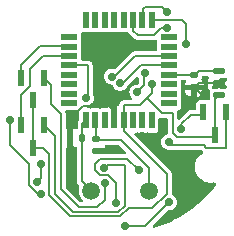
<source format=gbr>
%TF.GenerationSoftware,KiCad,Pcbnew,8.0.1*%
%TF.CreationDate,2024-07-23T23:42:04-04:00*%
%TF.ProjectId,PartyTorch-PCB,50617274-7954-46f7-9263-682d5043422e,rev?*%
%TF.SameCoordinates,Original*%
%TF.FileFunction,Copper,L2,Bot*%
%TF.FilePolarity,Positive*%
%FSLAX46Y46*%
G04 Gerber Fmt 4.6, Leading zero omitted, Abs format (unit mm)*
G04 Created by KiCad (PCBNEW 8.0.1) date 2024-07-23 23:42:04*
%MOMM*%
%LPD*%
G01*
G04 APERTURE LIST*
G04 Aperture macros list*
%AMRoundRect*
0 Rectangle with rounded corners*
0 $1 Rounding radius*
0 $2 $3 $4 $5 $6 $7 $8 $9 X,Y pos of 4 corners*
0 Add a 4 corners polygon primitive as box body*
4,1,4,$2,$3,$4,$5,$6,$7,$8,$9,$2,$3,0*
0 Add four circle primitives for the rounded corners*
1,1,$1+$1,$2,$3*
1,1,$1+$1,$4,$5*
1,1,$1+$1,$6,$7*
1,1,$1+$1,$8,$9*
0 Add four rect primitives between the rounded corners*
20,1,$1+$1,$2,$3,$4,$5,0*
20,1,$1+$1,$4,$5,$6,$7,0*
20,1,$1+$1,$6,$7,$8,$9,0*
20,1,$1+$1,$8,$9,$2,$3,0*%
G04 Aperture macros list end*
%TA.AperFunction,SMDPad,CuDef*%
%ADD10R,0.558800X1.422400*%
%TD*%
%TA.AperFunction,SMDPad,CuDef*%
%ADD11RoundRect,0.125000X-0.375000X-0.125000X0.375000X-0.125000X0.375000X0.125000X-0.375000X0.125000X0*%
%TD*%
%TA.AperFunction,SMDPad,CuDef*%
%ADD12RoundRect,0.140000X-0.170000X0.140000X-0.170000X-0.140000X0.170000X-0.140000X0.170000X0.140000X0*%
%TD*%
%TA.AperFunction,SMDPad,CuDef*%
%ADD13RoundRect,0.140000X0.140000X0.170000X-0.140000X0.170000X-0.140000X-0.170000X0.140000X-0.170000X0*%
%TD*%
%TA.AperFunction,ComponentPad*%
%ADD14C,1.500000*%
%TD*%
%TA.AperFunction,SMDPad,CuDef*%
%ADD15RoundRect,0.135000X-0.185000X0.135000X-0.185000X-0.135000X0.185000X-0.135000X0.185000X0.135000X0*%
%TD*%
%TA.AperFunction,SMDPad,CuDef*%
%ADD16R,0.500800X1.461200*%
%TD*%
%TA.AperFunction,SMDPad,CuDef*%
%ADD17R,1.461200X0.500800*%
%TD*%
%TA.AperFunction,ViaPad*%
%ADD18C,0.700000*%
%TD*%
%TA.AperFunction,Conductor*%
%ADD19C,0.200000*%
%TD*%
G04 APERTURE END LIST*
D10*
%TO.P,U3,1,BASE*%
%TO.N,redPin*%
X117365000Y-109690000D03*
%TO.P,U3,2,EMITTER*%
%TO.N,Net-(U3-EMITTER)*%
X119270000Y-109690000D03*
%TO.P,U3,3,COLLECTOR*%
%TO.N,+5V*%
X118317500Y-111620399D03*
%TD*%
D11*
%TO.P,U6,1,Reset*%
%TO.N,/microcontroller/ICSP_Reset*%
X134125001Y-105120000D03*
%TO.P,U6,2,GND*%
%TO.N,GND*%
X134125001Y-106120000D03*
%TO.P,U6,3,VCC*%
%TO.N,+5V*%
X134125000Y-107120000D03*
%TD*%
D12*
%TO.P,C1,1*%
%TO.N,/microcontroller/XTAL1*%
X123650000Y-110870000D03*
%TO.P,C1,2*%
%TO.N,GND*%
X123650000Y-111830000D03*
%TD*%
D13*
%TO.P,C2,1*%
%TO.N,/microcontroller/XTAL2*%
X122470000Y-110760000D03*
%TO.P,C2,2*%
%TO.N,GND*%
X121510000Y-110760000D03*
%TD*%
D10*
%TO.P,U4,1,BASE*%
%TO.N,greenPin*%
X117365000Y-105640000D03*
%TO.P,U4,2,EMITTER*%
%TO.N,Net-(U4-EMITTER)*%
X119270000Y-105640000D03*
%TO.P,U4,3,COLLECTOR*%
%TO.N,+5V*%
X118317500Y-107570399D03*
%TD*%
%TO.P,U5,1,BASE*%
%TO.N,bluePin*%
X132755000Y-108560000D03*
%TO.P,U5,2,EMITTER*%
%TO.N,Net-(U5-EMITTER)*%
X134660000Y-108560000D03*
%TO.P,U5,3,COLLECTOR*%
%TO.N,+5V*%
X133707500Y-110490399D03*
%TD*%
D14*
%TO.P,Y1,1,1*%
%TO.N,/microcontroller/XTAL1*%
X128140000Y-115230000D03*
%TO.P,Y1,2,2*%
%TO.N,/microcontroller/XTAL2*%
X123260000Y-115230000D03*
%TD*%
D15*
%TO.P,R1,1*%
%TO.N,/microcontroller/ICSP_Reset*%
X131990000Y-105460001D03*
%TO.P,R1,2*%
%TO.N,GND*%
X131990000Y-106479999D03*
%TD*%
D16*
%TO.P,U2,1,(OC2B/INT1/PTCXY)PD3*%
%TO.N,unconnected-(U2-(OC2B{slash}INT1{slash}PTCXY)PD3-Pad1)*%
X128410000Y-109269998D03*
%TO.P,U2,2,(XCK0/T0/PTCXY)PD4*%
%TO.N,unconnected-(U2-(XCK0{slash}T0{slash}PTCXY)PD4-Pad2)*%
X127610002Y-109269998D03*
%TO.P,U2,3,(SDA1/ICP4/ACO/PTCXY)PE0*%
%TO.N,unconnected-(U2-(SDA1{slash}ICP4{slash}ACO{slash}PTCXY)PE0-Pad3)*%
X126810001Y-109269998D03*
%TO.P,U2,4,VCC*%
%TO.N,+5V*%
X126010000Y-109269998D03*
%TO.P,U2,5,GND*%
%TO.N,GND*%
X125210002Y-109269998D03*
%TO.P,U2,6,(SCL1/T4/PTCXY)PE1*%
%TO.N,unconnected-(U2-(SCL1{slash}T4{slash}PTCXY)PE1-Pad6)*%
X124410001Y-109269998D03*
%TO.P,U2,7,(XTAL1/TOSC1)PB6*%
%TO.N,/microcontroller/XTAL1*%
X123610002Y-109269998D03*
%TO.P,U2,8,(XTAL2/TOSC2)PB7*%
%TO.N,/microcontroller/XTAL2*%
X122810002Y-109269998D03*
D17*
%TO.P,U2,9,(OC0B/T1/PTCXY)PD5*%
%TO.N,unconnected-(U2-(OC0B{slash}T1{slash}PTCXY)PD5-Pad9)*%
X121360002Y-107819998D03*
%TO.P,U2,10,(OC0A/PTCXY/AIN0)PD6*%
%TO.N,unconnected-(U2-(OC0A{slash}PTCXY{slash}AIN0)PD6-Pad10)*%
X121360002Y-107020000D03*
%TO.P,U2,11,(PTCXY/AIN1)PD7*%
%TO.N,unconnected-(U2-(PTCXY{slash}AIN1)PD7-Pad11)*%
X121360002Y-106219999D03*
%TO.P,U2,12,(ICP1/CLKO/PTCXY)PB0*%
%TO.N,unconnected-(U2-(ICP1{slash}CLKO{slash}PTCXY)PB0-Pad12)*%
X121360002Y-105419998D03*
%TO.P,U2,13,(OC1A/PTCXY)PB1*%
%TO.N,bluePin*%
X121360002Y-104620000D03*
%TO.P,U2,14,(\u002ASS0/OC1B/PTCXY)PB2*%
%TO.N,redPin*%
X121360002Y-103819999D03*
%TO.P,U2,15,(MOSI0/TXD1/OC2A/PTCXY)PB3*%
%TO.N,greenPin*%
X121360002Y-103020000D03*
%TO.P,U2,16,(MISO0/RXD1/PTCXY)PB4*%
%TO.N,unconnected-(U2-(MISO0{slash}RXD1{slash}PTCXY)PB4-Pad16)*%
X121360002Y-102220000D03*
D16*
%TO.P,U2,17,(PTCXY/XCK1/SCK0)PB5*%
%TO.N,unconnected-(U2-(PTCXY{slash}XCK1{slash}SCK0)PB5-Pad17)*%
X122810002Y-100770000D03*
%TO.P,U2,18,AVCC*%
%TO.N,unconnected-(U2-AVCC-Pad18)*%
X123610000Y-100770000D03*
%TO.P,U2,19,(ADC6/PTCY/ICP3/\u002ASS1)PE2*%
%TO.N,unconnected-(U2-(ADC6{slash}PTCY{slash}ICP3{slash}\u002ASS1)PE2-Pad19)*%
X124410001Y-100770000D03*
%TO.P,U2,20,AREF*%
%TO.N,unconnected-(U2-AREF-Pad20)*%
X125210002Y-100770000D03*
%TO.P,U2,21,GND*%
%TO.N,unconnected-(U2-GND-Pad21)*%
X126010000Y-100770000D03*
%TO.P,U2,22,(ADC7/PTCY/T3/MOSI1)PE3*%
%TO.N,/microcontroller/ICSP_MOSI*%
X126810001Y-100770000D03*
%TO.P,U2,23,(ADC0/PTCY/MISO1)PC0*%
%TO.N,/microcontroller/ICSP_MISO*%
X127610000Y-100770000D03*
%TO.P,U2,24,(ADC1/PTCY/SCK1)PC1*%
%TO.N,/microcontroller/ICSP_SCK*%
X128410000Y-100770000D03*
D17*
%TO.P,U2,25,(ADC2/PTCY)PC2*%
%TO.N,unconnected-(U2-(ADC2{slash}PTCY)PC2-Pad25)*%
X129860000Y-102220000D03*
%TO.P,U2,26,(ADC3/PTCY)PC3*%
%TO.N,unconnected-(U2-(ADC3{slash}PTCY)PC3-Pad26)*%
X129860000Y-103019998D03*
%TO.P,U2,27,(ADC4/PTCY/SDA0)PC4*%
%TO.N,IMU_SDA*%
X129860000Y-103819999D03*
%TO.P,U2,28,(ADC5/PTCY/SCL0)PC5*%
%TO.N,IMU_SCL*%
X129860000Y-104620000D03*
%TO.P,U2,29,(\u002ARESET)PC6*%
%TO.N,/microcontroller/ICSP_Reset*%
X129860000Y-105419998D03*
%TO.P,U2,30,(PTCXY/OC3A/RXD0)PD0*%
%TO.N,unconnected-(U2-(PTCXY{slash}OC3A{slash}RXD0)PD0-Pad30)*%
X129860000Y-106219999D03*
%TO.P,U2,31,(PTCXY/OC4A/TXD0)PD1*%
%TO.N,unconnected-(U2-(PTCXY{slash}OC4A{slash}TXD0)PD1-Pad31)*%
X129860000Y-107019998D03*
%TO.P,U2,32,(PTCXY/INT0/OC3B/OC4B)PD2*%
%TO.N,unconnected-(U2-(PTCXY{slash}INT0{slash}OC3B{slash}OC4B)PD2-Pad32)*%
X129860000Y-107819998D03*
%TD*%
D18*
%TO.N,GND*%
X131670000Y-112300000D03*
X121520000Y-111680000D03*
X125445025Y-111794975D03*
X127580000Y-110620000D03*
X124400000Y-107560000D03*
X132840000Y-107050000D03*
X126170000Y-103130000D03*
%TO.N,Net-(U3-EMITTER)*%
X124372380Y-113260000D03*
%TO.N,Net-(U4-EMITTER)*%
X124400000Y-114600000D03*
%TO.N,Net-(U5-EMITTER)*%
X127280000Y-113480000D03*
X125377598Y-116277598D03*
X129830000Y-111090000D03*
%TO.N,+5V*%
X128400000Y-106180000D03*
%TO.N,Red*%
X127809620Y-105290002D03*
X127147373Y-106880835D03*
%TO.N,IMU_SCL*%
X125714419Y-106123848D03*
%TO.N,IMU_SDA*%
X124990000Y-105560000D03*
%TO.N,Green*%
X116370000Y-109270000D03*
X119020000Y-115510000D03*
X126170000Y-118230000D03*
X129890000Y-116200000D03*
%TO.N,bluePin*%
X122829257Y-107370000D03*
X118660380Y-114509620D03*
X130900000Y-110010000D03*
X119050000Y-112935388D03*
%TO.N,/microcontroller/ICSP_MISO*%
X129680000Y-100050000D03*
%TO.N,/microcontroller/ICSP_MOSI*%
X129660000Y-101410000D03*
%TO.N,/microcontroller/ICSP_SCK*%
X131285548Y-102826645D03*
%TD*%
D19*
%TO.N,GND*%
X121520000Y-111680000D02*
X121510000Y-111670000D01*
X123310000Y-108020000D02*
X122610000Y-108020000D01*
X124400000Y-107560000D02*
X124400000Y-107638999D01*
X125240002Y-108479001D02*
X125240002Y-109260000D01*
X122610000Y-108020000D02*
X121510000Y-109120000D01*
X132560001Y-107050000D02*
X131990000Y-106479999D01*
X123685025Y-111794975D02*
X123650000Y-111830000D01*
X121510000Y-109120000D02*
X121510000Y-110760000D01*
X134110000Y-106089999D02*
X132380000Y-106089999D01*
X125445025Y-111794975D02*
X123685025Y-111794975D01*
X124400000Y-107560000D02*
X123770000Y-107560000D01*
X132840000Y-107050000D02*
X132560001Y-107050000D01*
X124400000Y-107638999D02*
X125240002Y-108479001D01*
X121510000Y-111670000D02*
X121510000Y-110760000D01*
X132380000Y-106089999D02*
X131990000Y-106479999D01*
X123770000Y-107560000D02*
X123310000Y-108020000D01*
%TO.N,/microcontroller/XTAL1*%
X125790000Y-110920000D02*
X123640000Y-110920000D01*
X128140000Y-113270000D02*
X125790000Y-110920000D01*
X123640000Y-110920000D02*
X123640000Y-109260002D01*
X123640000Y-109260002D02*
X123640002Y-109260000D01*
X128140000Y-115230000D02*
X128140000Y-113270000D01*
%TO.N,/microcontroller/XTAL2*%
X122460000Y-110770000D02*
X122470000Y-110760000D01*
X122510000Y-110910000D02*
X122510000Y-109590002D01*
X122460000Y-114430000D02*
X122460000Y-110770000D01*
X122510000Y-109590002D02*
X122840002Y-109260000D01*
X123260000Y-115230000D02*
X122460000Y-114430000D01*
%TO.N,Net-(U3-EMITTER)*%
X120200000Y-110620000D02*
X119270000Y-109690000D01*
X121700000Y-117000000D02*
X120200000Y-115500000D01*
X126100000Y-116474435D02*
X125574435Y-117000000D01*
X125574435Y-117000000D02*
X121700000Y-117000000D01*
X124372380Y-113260000D02*
X124588392Y-113043988D01*
X126100000Y-113043988D02*
X126100000Y-116474435D01*
X124588392Y-113043988D02*
X126100000Y-113043988D01*
X120200000Y-115500000D02*
X120200000Y-110620000D01*
%TO.N,Net-(U4-EMITTER)*%
X119900000Y-107900998D02*
X119900000Y-106270000D01*
X120700000Y-115100000D02*
X120700000Y-108700998D01*
X124400000Y-116000000D02*
X123800000Y-116600000D01*
X122200000Y-116600000D02*
X120700000Y-115100000D01*
X119900000Y-106270000D02*
X119270000Y-105640000D01*
X120700000Y-108700998D02*
X119900000Y-107900998D01*
X123800000Y-116600000D02*
X122200000Y-116600000D01*
X124400000Y-114600000D02*
X124400000Y-116000000D01*
%TO.N,Net-(U5-EMITTER)*%
X132806501Y-111390000D02*
X132996501Y-111580000D01*
X132996501Y-111580000D02*
X134670000Y-111580000D01*
X123550000Y-113440000D02*
X123550000Y-112963065D01*
X130130000Y-111390000D02*
X132806501Y-111390000D01*
X125377598Y-116277598D02*
X125377598Y-114577598D01*
X124020000Y-113910000D02*
X123550000Y-113440000D01*
X125377598Y-114577598D02*
X124710000Y-113910000D01*
X123550000Y-112963065D02*
X123993065Y-112520000D01*
X126320000Y-112520000D02*
X127280000Y-113480000D01*
X123993065Y-112520000D02*
X126320000Y-112520000D01*
X134670000Y-111580000D02*
X134670000Y-108780000D01*
X129830000Y-111090000D02*
X130130000Y-111390000D01*
X124710000Y-113910000D02*
X124020000Y-113910000D01*
%TO.N,+5V*%
X128400000Y-106980714D02*
X128100357Y-107280357D01*
X128450000Y-116680000D02*
X129670000Y-115460000D01*
X133717500Y-107482500D02*
X134110000Y-107090000D01*
X126040000Y-110160000D02*
X126040000Y-109260000D01*
X130160000Y-108650000D02*
X129280000Y-108650000D01*
X127400714Y-107980000D02*
X126040000Y-107980000D01*
X129670000Y-113790000D02*
X126040000Y-110160000D01*
X118317500Y-111620399D02*
X119220399Y-111620399D01*
X128400000Y-106180000D02*
X128400000Y-106980714D01*
X128100357Y-107280357D02*
X127400714Y-107980000D01*
X133717500Y-110710399D02*
X130510399Y-110710399D01*
X130510399Y-110710399D02*
X130160000Y-110360000D01*
X128100357Y-107470357D02*
X128100357Y-107280357D01*
X126040000Y-109260000D02*
X126040000Y-107980000D01*
X129280000Y-108650000D02*
X128100357Y-107470357D01*
X125740121Y-117400000D02*
X126460121Y-116680000D01*
X118317500Y-107570399D02*
X118317500Y-111620399D01*
X119220399Y-111620399D02*
X119700000Y-112100000D01*
X126460121Y-116680000D02*
X128450000Y-116680000D01*
X119700000Y-112100000D02*
X119700000Y-115600000D01*
X130160000Y-110360000D02*
X130160000Y-108650000D01*
X133717500Y-110710399D02*
X133717500Y-107482500D01*
X129670000Y-115460000D02*
X129670000Y-113790000D01*
X119700000Y-115600000D02*
X121500000Y-117400000D01*
X121500000Y-117400000D02*
X125740121Y-117400000D01*
%TO.N,Red*%
X127750000Y-105349622D02*
X127809620Y-105290002D01*
X127750000Y-106278208D02*
X127750000Y-105349622D01*
X127147373Y-106880835D02*
X127750000Y-106278208D01*
%TO.N,IMU_SCL*%
X125714419Y-106123848D02*
X125976152Y-106123848D01*
X125976152Y-106123848D02*
X127489998Y-104610002D01*
X127489998Y-104610002D02*
X129890000Y-104610002D01*
%TO.N,IMU_SDA*%
X124990000Y-105560000D02*
X125240000Y-105560000D01*
X125240000Y-105560000D02*
X126989999Y-103810001D01*
X126989999Y-103810001D02*
X129890000Y-103810001D01*
%TO.N,Green*%
X116370000Y-111380000D02*
X116370000Y-109270000D01*
X126170000Y-118230000D02*
X127860000Y-118230000D01*
X117990000Y-113000000D02*
X116370000Y-111380000D01*
X127860000Y-118230000D02*
X129890000Y-116200000D01*
X117990000Y-114758479D02*
X117990000Y-113000000D01*
X118741521Y-115510000D02*
X117990000Y-114758479D01*
X119020000Y-115510000D02*
X118741521Y-115510000D01*
%TO.N,redPin*%
X118100000Y-104890000D02*
X118100000Y-106345000D01*
X118100000Y-106345000D02*
X117365000Y-107080000D01*
X121390002Y-103810001D02*
X119179999Y-103810001D01*
X119179999Y-103810001D02*
X118100000Y-104890000D01*
X117365000Y-107080000D02*
X117365000Y-109690000D01*
%TO.N,greenPin*%
X117365000Y-105640000D02*
X117365000Y-104565000D01*
X117365000Y-104565000D02*
X118919998Y-103010002D01*
X118919998Y-103010002D02*
X121390002Y-103010002D01*
%TO.N,bluePin*%
X118660380Y-114509620D02*
X119050000Y-114120000D01*
X130900000Y-109600000D02*
X131720000Y-108780000D01*
X122829257Y-107370000D02*
X123000000Y-107199257D01*
X123000000Y-104610002D02*
X121390002Y-104610002D01*
X132765000Y-108780000D02*
X132765000Y-108935000D01*
X130900000Y-110010000D02*
X130900000Y-109600000D01*
X119050000Y-114120000D02*
X119050000Y-112935388D01*
X131720000Y-108780000D02*
X132765000Y-108780000D01*
X123000000Y-107199257D02*
X123000000Y-104610002D01*
%TO.N,/microcontroller/ICSP_Reset*%
X134110001Y-105090004D02*
X132359997Y-105090004D01*
X131939999Y-105410000D02*
X131990000Y-105460001D01*
X132359997Y-105090004D02*
X131990000Y-105460001D01*
X129890000Y-105410000D02*
X131939999Y-105410000D01*
%TO.N,/microcontroller/ICSP_MISO*%
X127640000Y-99829402D02*
X127640000Y-100760002D01*
X129680000Y-100050000D02*
X129300000Y-99670000D01*
X127799402Y-99670000D02*
X127640000Y-99829402D01*
X129300000Y-99670000D02*
X127799402Y-99670000D01*
%TO.N,/microcontroller/ICSP_MOSI*%
X127199399Y-102050000D02*
X126840001Y-101690602D01*
X129610000Y-101460000D02*
X129160000Y-101460000D01*
X128570000Y-102050000D02*
X127199399Y-102050000D01*
X129660000Y-101410000D02*
X129610000Y-101460000D01*
X129721229Y-101410000D02*
X129755889Y-101375340D01*
X129160000Y-101460000D02*
X128570000Y-102050000D01*
X129660000Y-101410000D02*
X129721229Y-101410000D01*
X126840001Y-101690602D02*
X126840001Y-100760002D01*
%TO.N,/microcontroller/ICSP_SCK*%
X131285548Y-102826645D02*
X131285548Y-101085548D01*
X131285548Y-101085548D02*
X130960002Y-100760002D01*
X130960002Y-100760002D02*
X128440000Y-100760002D01*
%TD*%
%TA.AperFunction,Conductor*%
%TO.N,GND*%
G36*
X129117330Y-109021963D02*
G01*
X129117561Y-109021103D01*
X129125410Y-109023206D01*
X129125412Y-109023207D01*
X129227273Y-109050500D01*
X129332727Y-109050500D01*
X129635500Y-109050500D01*
X129702539Y-109070185D01*
X129748294Y-109122989D01*
X129759500Y-109174500D01*
X129759500Y-110340260D01*
X129739815Y-110407299D01*
X129687011Y-110453054D01*
X129665175Y-110460657D01*
X129597633Y-110477304D01*
X129457762Y-110550715D01*
X129339516Y-110655471D01*
X129249781Y-110785475D01*
X129249780Y-110785476D01*
X129193762Y-110933181D01*
X129174722Y-111089999D01*
X129174722Y-111090000D01*
X129193762Y-111246818D01*
X129222166Y-111321712D01*
X129249780Y-111394523D01*
X129339517Y-111524530D01*
X129457760Y-111629283D01*
X129457762Y-111629284D01*
X129597634Y-111702696D01*
X129751014Y-111740500D01*
X129902856Y-111740500D01*
X129964856Y-111757113D01*
X129975408Y-111763205D01*
X129975409Y-111763205D01*
X129975412Y-111763207D01*
X130077273Y-111790500D01*
X130182727Y-111790500D01*
X132589246Y-111790500D01*
X132656285Y-111810185D01*
X132676927Y-111826819D01*
X132711232Y-111861124D01*
X132744717Y-111922447D01*
X132739733Y-111992139D01*
X132697861Y-112048072D01*
X132696436Y-112049123D01*
X132530214Y-112169890D01*
X132530209Y-112169894D01*
X132379890Y-112320213D01*
X132254951Y-112492179D01*
X132158444Y-112681585D01*
X132092753Y-112883760D01*
X132059500Y-113093713D01*
X132059500Y-113306286D01*
X132087013Y-113480000D01*
X132092754Y-113516243D01*
X132147883Y-113685913D01*
X132158444Y-113718414D01*
X132254951Y-113907820D01*
X132379890Y-114079786D01*
X132530213Y-114230109D01*
X132702179Y-114355048D01*
X132702181Y-114355049D01*
X132702184Y-114355051D01*
X132891588Y-114451557D01*
X133093757Y-114517246D01*
X133303713Y-114550500D01*
X133303714Y-114550500D01*
X133516286Y-114550500D01*
X133516287Y-114550500D01*
X133693436Y-114522442D01*
X133762729Y-114531397D01*
X133816181Y-114576393D01*
X133836821Y-114643144D01*
X133818096Y-114710458D01*
X133812693Y-114718428D01*
X133691710Y-114882745D01*
X133634843Y-114959980D01*
X133629978Y-114966165D01*
X133227053Y-115446350D01*
X133221807Y-115452214D01*
X132789226Y-115905894D01*
X132783618Y-115911413D01*
X132323155Y-116336722D01*
X132317208Y-116341875D01*
X131830669Y-116737146D01*
X131824408Y-116741911D01*
X131313808Y-117105507D01*
X131307257Y-117109866D01*
X130774602Y-117440360D01*
X130767788Y-117444294D01*
X130215247Y-117740338D01*
X130208197Y-117743832D01*
X129638008Y-118004229D01*
X129630750Y-118007269D01*
X129045185Y-118230981D01*
X129037749Y-118233555D01*
X128625120Y-118361859D01*
X128555259Y-118362967D01*
X128495889Y-118326130D01*
X128465860Y-118263043D01*
X128474705Y-118193736D01*
X128500617Y-118155775D01*
X129769573Y-116886818D01*
X129830896Y-116853334D01*
X129857254Y-116850500D01*
X129968985Y-116850500D01*
X130122365Y-116812696D01*
X130262240Y-116739283D01*
X130380483Y-116634530D01*
X130470220Y-116504523D01*
X130526237Y-116356818D01*
X130545278Y-116200000D01*
X130541272Y-116167003D01*
X130526237Y-116043181D01*
X130497933Y-115968551D01*
X130470220Y-115895477D01*
X130380483Y-115765470D01*
X130262240Y-115660717D01*
X130262237Y-115660714D01*
X130136875Y-115594919D01*
X130086662Y-115546334D01*
X130070501Y-115485123D01*
X130070501Y-115399678D01*
X130070500Y-115399660D01*
X130070500Y-113737275D01*
X130070500Y-113737273D01*
X130053547Y-113674004D01*
X130043207Y-113635412D01*
X129990480Y-113544087D01*
X126959171Y-110512778D01*
X126925686Y-110451455D01*
X126930670Y-110381763D01*
X126972542Y-110325830D01*
X127038006Y-110301413D01*
X127046852Y-110301097D01*
X127105257Y-110301097D01*
X127105265Y-110301097D01*
X127105280Y-110301095D01*
X127105283Y-110301095D01*
X127130388Y-110298184D01*
X127130388Y-110298183D01*
X127130392Y-110298183D01*
X127159914Y-110285147D01*
X127229189Y-110276075D01*
X127260087Y-110285147D01*
X127289611Y-110298183D01*
X127314737Y-110301098D01*
X127905266Y-110301097D01*
X127905281Y-110301095D01*
X127905284Y-110301095D01*
X127930389Y-110298184D01*
X127930389Y-110298183D01*
X127930393Y-110298183D01*
X127959914Y-110285147D01*
X128029191Y-110276076D01*
X128060087Y-110285148D01*
X128089607Y-110298182D01*
X128089609Y-110298183D01*
X128114735Y-110301098D01*
X128705264Y-110301097D01*
X128705279Y-110301095D01*
X128705282Y-110301095D01*
X128730387Y-110298184D01*
X128730388Y-110298183D01*
X128730391Y-110298183D01*
X128833165Y-110252804D01*
X128912606Y-110173363D01*
X128957985Y-110070589D01*
X128960900Y-110045463D01*
X128960899Y-109140641D01*
X128980583Y-109073603D01*
X129033387Y-109027848D01*
X129102546Y-109017904D01*
X129117330Y-109021963D01*
G37*
%TD.AperFunction*%
%TA.AperFunction,Conductor*%
G36*
X122202141Y-108390582D02*
G01*
X122247896Y-108443386D01*
X122259102Y-108494897D01*
X122259102Y-109223143D01*
X122239417Y-109290182D01*
X122222784Y-109310823D01*
X122189521Y-109344086D01*
X122136793Y-109435413D01*
X122134502Y-109443964D01*
X122117132Y-109508792D01*
X122109500Y-109537275D01*
X122109500Y-109900807D01*
X122089815Y-109967846D01*
X122037011Y-110013601D01*
X121967853Y-110023545D01*
X121922380Y-110007540D01*
X121906191Y-109997966D01*
X121906190Y-109997965D01*
X121760001Y-109955493D01*
X121760000Y-109955494D01*
X121760000Y-111564503D01*
X121900906Y-111523568D01*
X121970775Y-111523768D01*
X122029445Y-111561711D01*
X122058288Y-111625349D01*
X122059500Y-111642645D01*
X122059500Y-114482726D01*
X122086793Y-114584589D01*
X122107023Y-114619627D01*
X122139520Y-114675913D01*
X122139522Y-114675915D01*
X122233351Y-114769744D01*
X122266836Y-114831067D01*
X122264331Y-114893418D01*
X122249036Y-114943837D01*
X122224699Y-115024067D01*
X122204417Y-115230000D01*
X122224699Y-115435932D01*
X122229638Y-115452214D01*
X122284768Y-115633954D01*
X122382315Y-115816450D01*
X122382317Y-115816452D01*
X122513588Y-115976409D01*
X122517532Y-115979645D01*
X122556867Y-116037390D01*
X122558739Y-116107234D01*
X122522554Y-116167003D01*
X122459798Y-116197721D01*
X122438869Y-116199500D01*
X122417255Y-116199500D01*
X122350216Y-116179815D01*
X122329574Y-116163181D01*
X121136819Y-114970426D01*
X121103334Y-114909103D01*
X121100500Y-114882745D01*
X121100500Y-111683318D01*
X121120185Y-111616279D01*
X121172989Y-111570524D01*
X121242147Y-111560580D01*
X121259094Y-111564241D01*
X121260000Y-111564504D01*
X121260000Y-109955494D01*
X121259998Y-109955493D01*
X121259095Y-109955756D01*
X121189226Y-109955557D01*
X121130556Y-109917615D01*
X121101712Y-109853976D01*
X121100500Y-109836680D01*
X121100500Y-108648273D01*
X121100500Y-108648271D01*
X121086835Y-108597273D01*
X121073207Y-108546410D01*
X121073206Y-108546408D01*
X121071527Y-108542354D01*
X121071129Y-108538654D01*
X121071103Y-108538557D01*
X121071118Y-108538552D01*
X121064055Y-108472885D01*
X121095328Y-108410405D01*
X121155415Y-108374750D01*
X121186086Y-108370897D01*
X122135102Y-108370897D01*
X122202141Y-108390582D01*
G37*
%TD.AperFunction*%
%TA.AperFunction,Conductor*%
G36*
X125639784Y-111340185D02*
G01*
X125660426Y-111356819D01*
X126211426Y-111907819D01*
X126244911Y-111969142D01*
X126239927Y-112038834D01*
X126198055Y-112094767D01*
X126132591Y-112119184D01*
X126123745Y-112119500D01*
X124546122Y-112119500D01*
X124479083Y-112099815D01*
X124457769Y-112080000D01*
X123524000Y-112080000D01*
X123456961Y-112060315D01*
X123411206Y-112007511D01*
X123400000Y-111956000D01*
X123400000Y-111704000D01*
X123419685Y-111636961D01*
X123472489Y-111591206D01*
X123524000Y-111580000D01*
X124454504Y-111580000D01*
X124425189Y-111479094D01*
X124425389Y-111409225D01*
X124463332Y-111350555D01*
X124526970Y-111321712D01*
X124544266Y-111320500D01*
X125572745Y-111320500D01*
X125639784Y-111340185D01*
G37*
%TD.AperFunction*%
%TA.AperFunction,Conductor*%
G36*
X124860087Y-101785149D02*
G01*
X124889611Y-101798185D01*
X124914737Y-101801100D01*
X125505266Y-101801099D01*
X125505281Y-101801097D01*
X125505284Y-101801097D01*
X125530389Y-101798186D01*
X125530389Y-101798185D01*
X125530393Y-101798185D01*
X125559914Y-101785149D01*
X125629191Y-101776078D01*
X125660087Y-101785150D01*
X125683743Y-101795594D01*
X125688542Y-101797714D01*
X125689607Y-101798184D01*
X125689609Y-101798185D01*
X125714735Y-101801100D01*
X126305264Y-101801099D01*
X126305279Y-101801097D01*
X126305282Y-101801097D01*
X126330384Y-101798186D01*
X126330385Y-101798185D01*
X126330391Y-101798185D01*
X126330396Y-101798182D01*
X126332639Y-101797573D01*
X126335229Y-101797624D01*
X126339658Y-101797111D01*
X126339727Y-101797714D01*
X126402495Y-101798964D01*
X126460509Y-101837901D01*
X126472584Y-101855221D01*
X126519516Y-101936508D01*
X126519519Y-101936512D01*
X126519521Y-101936515D01*
X126878917Y-102295911D01*
X126878919Y-102295913D01*
X126953486Y-102370480D01*
X127026511Y-102412641D01*
X127044812Y-102423207D01*
X127146673Y-102450501D01*
X127146676Y-102450501D01*
X127259722Y-102450501D01*
X127259738Y-102450500D01*
X128622724Y-102450500D01*
X128622727Y-102450500D01*
X128676682Y-102436043D01*
X128746528Y-102437706D01*
X128804391Y-102476868D01*
X128827906Y-102531782D01*
X128829365Y-102531386D01*
X128831815Y-102540392D01*
X128844850Y-102569914D01*
X128853920Y-102639193D01*
X128844850Y-102670082D01*
X128831816Y-102699601D01*
X128831815Y-102699606D01*
X128828900Y-102724729D01*
X128828900Y-102724735D01*
X128828901Y-103285501D01*
X128809217Y-103352540D01*
X128756413Y-103398295D01*
X128704901Y-103409501D01*
X126937272Y-103409501D01*
X126835412Y-103436794D01*
X126835409Y-103436795D01*
X126777743Y-103470089D01*
X126765522Y-103477145D01*
X126759152Y-103480822D01*
X126744086Y-103489520D01*
X126744084Y-103489522D01*
X125323111Y-104910494D01*
X125261788Y-104943979D01*
X125205756Y-104943210D01*
X125068986Y-104909500D01*
X125068985Y-104909500D01*
X124911015Y-104909500D01*
X124911014Y-104909500D01*
X124757634Y-104947303D01*
X124617762Y-105020715D01*
X124578054Y-105055893D01*
X124500354Y-105124729D01*
X124499516Y-105125471D01*
X124409781Y-105255475D01*
X124409780Y-105255476D01*
X124353762Y-105403181D01*
X124334722Y-105559999D01*
X124334722Y-105560000D01*
X124353762Y-105716818D01*
X124396757Y-105830185D01*
X124409780Y-105864523D01*
X124499517Y-105994530D01*
X124617760Y-106099283D01*
X124617762Y-106099284D01*
X124757634Y-106172696D01*
X124911014Y-106210500D01*
X124965980Y-106210500D01*
X125033019Y-106230185D01*
X125078774Y-106282989D01*
X125081922Y-106290528D01*
X125134197Y-106428367D01*
X125134200Y-106428373D01*
X125158342Y-106463349D01*
X125223936Y-106558378D01*
X125342179Y-106663131D01*
X125342181Y-106663132D01*
X125482053Y-106736544D01*
X125635433Y-106774348D01*
X125635434Y-106774348D01*
X125793404Y-106774348D01*
X125946784Y-106736544D01*
X125976162Y-106721125D01*
X126086659Y-106663131D01*
X126204902Y-106558378D01*
X126294639Y-106428371D01*
X126319790Y-106362050D01*
X126348049Y-106318342D01*
X127059858Y-105606532D01*
X127121181Y-105573048D01*
X127190873Y-105578032D01*
X127246806Y-105619904D01*
X127249589Y-105623774D01*
X127255371Y-105632151D01*
X127313812Y-105716818D01*
X127323398Y-105730705D01*
X127322079Y-105731615D01*
X127348035Y-105786829D01*
X127349500Y-105805831D01*
X127349500Y-106060951D01*
X127329815Y-106127990D01*
X127313181Y-106148632D01*
X127267797Y-106194016D01*
X127206474Y-106227501D01*
X127180116Y-106230335D01*
X127068387Y-106230335D01*
X126915007Y-106268138D01*
X126775135Y-106341550D01*
X126656889Y-106446306D01*
X126567154Y-106576310D01*
X126567153Y-106576311D01*
X126511135Y-106724016D01*
X126492095Y-106880834D01*
X126492095Y-106880835D01*
X126511135Y-107037653D01*
X126548169Y-107135302D01*
X126567153Y-107185358D01*
X126595639Y-107226627D01*
X126656821Y-107315266D01*
X126656890Y-107315365D01*
X126673346Y-107329944D01*
X126710303Y-107362684D01*
X126747430Y-107421874D01*
X126746662Y-107491739D01*
X126708245Y-107550099D01*
X126644374Y-107578424D01*
X126628076Y-107579500D01*
X125987273Y-107579500D01*
X125885413Y-107606793D01*
X125885410Y-107606794D01*
X125794085Y-107659521D01*
X125719521Y-107734085D01*
X125666794Y-107825410D01*
X125666793Y-107825413D01*
X125639498Y-107927279D01*
X125638900Y-107931825D01*
X125610631Y-107995721D01*
X125552304Y-108034189D01*
X125511551Y-108039185D01*
X125511551Y-108039398D01*
X125509818Y-108039398D01*
X125509337Y-108039457D01*
X125508234Y-108039398D01*
X125460002Y-108039398D01*
X125460002Y-108479586D01*
X125459176Y-108493876D01*
X125459100Y-108494527D01*
X125459100Y-108494530D01*
X125459100Y-108494533D01*
X125459100Y-109252989D01*
X125459101Y-109395998D01*
X125439417Y-109463037D01*
X125386613Y-109508792D01*
X125335101Y-109519998D01*
X125084901Y-109519998D01*
X125017862Y-109500313D01*
X124972107Y-109447509D01*
X124960901Y-109395998D01*
X124960900Y-108494530D01*
X124960827Y-108493901D01*
X124960002Y-108479623D01*
X124960002Y-108039398D01*
X124911757Y-108039398D01*
X124852229Y-108045799D01*
X124852222Y-108045801D01*
X124717515Y-108096043D01*
X124717508Y-108096047D01*
X124602416Y-108182206D01*
X124602406Y-108182215D01*
X124597169Y-108189212D01*
X124541234Y-108231081D01*
X124497905Y-108238898D01*
X124114744Y-108238898D01*
X124114720Y-108238900D01*
X124089611Y-108241812D01*
X124089606Y-108241813D01*
X124060085Y-108254848D01*
X123990807Y-108263918D01*
X123959916Y-108254848D01*
X123930394Y-108241813D01*
X123905267Y-108238898D01*
X123314745Y-108238898D01*
X123314721Y-108238900D01*
X123289612Y-108241812D01*
X123289610Y-108241812D01*
X123260084Y-108254849D01*
X123190806Y-108263918D01*
X123159917Y-108254848D01*
X123130397Y-108241814D01*
X123130393Y-108241813D01*
X123124111Y-108241084D01*
X123105270Y-108238898D01*
X123043400Y-108238898D01*
X122976361Y-108219213D01*
X122930606Y-108166409D01*
X122920662Y-108097251D01*
X122949687Y-108033695D01*
X123008465Y-107995921D01*
X123013726Y-107994501D01*
X123061622Y-107982696D01*
X123201497Y-107909283D01*
X123319740Y-107804530D01*
X123409477Y-107674523D01*
X123465494Y-107526818D01*
X123484535Y-107370000D01*
X123465494Y-107213182D01*
X123430432Y-107120730D01*
X123408558Y-107063052D01*
X123400500Y-107019081D01*
X123400500Y-104557277D01*
X123400500Y-104557275D01*
X123373207Y-104455415D01*
X123320480Y-104364089D01*
X123245913Y-104289522D01*
X123154587Y-104236795D01*
X123052727Y-104209502D01*
X123052726Y-104209502D01*
X122515102Y-104209502D01*
X122448063Y-104189817D01*
X122402308Y-104137013D01*
X122391102Y-104085502D01*
X122391101Y-103524742D01*
X122391101Y-103524735D01*
X122391099Y-103524716D01*
X122388188Y-103499611D01*
X122388187Y-103499610D01*
X122388187Y-103499608D01*
X122375151Y-103470085D01*
X122366079Y-103400811D01*
X122375150Y-103369915D01*
X122388187Y-103340391D01*
X122391102Y-103315265D01*
X122391101Y-102724736D01*
X122391099Y-102724717D01*
X122388188Y-102699613D01*
X122388187Y-102699611D01*
X122388187Y-102699609D01*
X122375150Y-102670084D01*
X122366079Y-102600810D01*
X122375150Y-102569914D01*
X122388187Y-102540391D01*
X122391102Y-102515265D01*
X122391101Y-101925098D01*
X122410785Y-101858060D01*
X122463589Y-101812305D01*
X122515096Y-101801099D01*
X123105266Y-101801099D01*
X123105281Y-101801097D01*
X123105284Y-101801097D01*
X123130389Y-101798186D01*
X123130389Y-101798185D01*
X123130393Y-101798185D01*
X123159914Y-101785149D01*
X123229191Y-101776078D01*
X123260087Y-101785150D01*
X123283743Y-101795594D01*
X123288542Y-101797714D01*
X123289607Y-101798184D01*
X123289609Y-101798185D01*
X123314735Y-101801100D01*
X123905264Y-101801099D01*
X123905279Y-101801097D01*
X123905282Y-101801097D01*
X123930387Y-101798186D01*
X123930387Y-101798185D01*
X123930391Y-101798185D01*
X123959913Y-101785149D01*
X124029188Y-101776077D01*
X124060086Y-101785149D01*
X124089610Y-101798185D01*
X124114736Y-101801100D01*
X124705265Y-101801099D01*
X124705280Y-101801097D01*
X124705283Y-101801097D01*
X124730388Y-101798186D01*
X124730388Y-101798185D01*
X124730392Y-101798185D01*
X124759914Y-101785149D01*
X124829189Y-101776077D01*
X124860087Y-101785149D01*
G37*
%TD.AperFunction*%
%TA.AperFunction,Conductor*%
G36*
X133171886Y-105510189D02*
G01*
X133217641Y-105562993D01*
X133227585Y-105632151D01*
X133211579Y-105677625D01*
X133171845Y-105744811D01*
X133171844Y-105744814D01*
X133127790Y-105896446D01*
X133127789Y-105896452D01*
X133125001Y-105931881D01*
X133125001Y-106308118D01*
X133127789Y-106343547D01*
X133127790Y-106343553D01*
X133171844Y-106495185D01*
X133171845Y-106495188D01*
X133252227Y-106631108D01*
X133252233Y-106631116D01*
X133257461Y-106636344D01*
X133320485Y-106654850D01*
X133366240Y-106707654D01*
X133376184Y-106776812D01*
X133363932Y-106815455D01*
X133340281Y-106861874D01*
X133340279Y-106861878D01*
X133324500Y-106961506D01*
X133324500Y-107278493D01*
X133332649Y-107329944D01*
X133329952Y-107381432D01*
X133325958Y-107396340D01*
X133319117Y-107421874D01*
X133317000Y-107429774D01*
X133317000Y-107454790D01*
X133297315Y-107521829D01*
X133244511Y-107567584D01*
X133175353Y-107577528D01*
X133142913Y-107568224D01*
X133104392Y-107551215D01*
X133079265Y-107548300D01*
X132430743Y-107548300D01*
X132430717Y-107548302D01*
X132405612Y-107551213D01*
X132405608Y-107551215D01*
X132302835Y-107596593D01*
X132223394Y-107676034D01*
X132178015Y-107778806D01*
X132178015Y-107778808D01*
X132175100Y-107803931D01*
X132175100Y-108255500D01*
X132155415Y-108322539D01*
X132102611Y-108368294D01*
X132051100Y-108379500D01*
X131667273Y-108379500D01*
X131565410Y-108406793D01*
X131474087Y-108459520D01*
X131474084Y-108459522D01*
X130772181Y-109161426D01*
X130710858Y-109194911D01*
X130641166Y-109189927D01*
X130585233Y-109148055D01*
X130560816Y-109082591D01*
X130560500Y-109073745D01*
X130560500Y-108597275D01*
X130560500Y-108597273D01*
X130541100Y-108524870D01*
X130542763Y-108455025D01*
X130581925Y-108397162D01*
X130646153Y-108369658D01*
X130646400Y-108369628D01*
X130660591Y-108367983D01*
X130763365Y-108322604D01*
X130842806Y-108243163D01*
X130888185Y-108140389D01*
X130891100Y-108115263D01*
X130891099Y-107524734D01*
X130891097Y-107524715D01*
X130888186Y-107499611D01*
X130888185Y-107499609D01*
X130888185Y-107499607D01*
X130875148Y-107470082D01*
X130866077Y-107400808D01*
X130875148Y-107369912D01*
X130888185Y-107340389D01*
X130891100Y-107315263D01*
X130891099Y-106729999D01*
X131177156Y-106729999D01*
X131217595Y-106869193D01*
X131299261Y-107007284D01*
X131299268Y-107007293D01*
X131412705Y-107120730D01*
X131412714Y-107120737D01*
X131550808Y-107202405D01*
X131550811Y-107202406D01*
X131704871Y-107247165D01*
X131704877Y-107247166D01*
X131740000Y-107249930D01*
X131740000Y-106729999D01*
X132240000Y-106729999D01*
X132240000Y-107249929D01*
X132275122Y-107247166D01*
X132275128Y-107247165D01*
X132429188Y-107202406D01*
X132429191Y-107202405D01*
X132567285Y-107120737D01*
X132567294Y-107120730D01*
X132680731Y-107007293D01*
X132680738Y-107007284D01*
X132762404Y-106869193D01*
X132802844Y-106729999D01*
X132240000Y-106729999D01*
X131740000Y-106729999D01*
X131177156Y-106729999D01*
X130891099Y-106729999D01*
X130891099Y-106724734D01*
X130891016Y-106724016D01*
X130888186Y-106699610D01*
X130888185Y-106699609D01*
X130888185Y-106699607D01*
X130875149Y-106670084D01*
X130866077Y-106600810D01*
X130875148Y-106569914D01*
X130888185Y-106540390D01*
X130891100Y-106515264D01*
X130891099Y-105934499D01*
X130910783Y-105867461D01*
X130963587Y-105821706D01*
X131015099Y-105810500D01*
X131165972Y-105810500D01*
X131233011Y-105830185D01*
X131278766Y-105882989D01*
X131288710Y-105952147D01*
X131272704Y-105997621D01*
X131217595Y-106090804D01*
X131177156Y-106229999D01*
X132802844Y-106229999D01*
X132762404Y-106090804D01*
X132680738Y-105952713D01*
X132680731Y-105952704D01*
X132610257Y-105882230D01*
X132576772Y-105820907D01*
X132580896Y-105753595D01*
X132607741Y-105676880D01*
X132610500Y-105647458D01*
X132610500Y-105614504D01*
X132630185Y-105547465D01*
X132682989Y-105501710D01*
X132734500Y-105490504D01*
X133104847Y-105490504D01*
X133171886Y-105510189D01*
G37*
%TD.AperFunction*%
%TA.AperFunction,Conductor*%
G36*
X134694666Y-105664901D02*
G01*
X134748118Y-105709897D01*
X134768758Y-105776648D01*
X134750034Y-105843962D01*
X134732452Y-105866101D01*
X134478554Y-106119999D01*
X134478554Y-106120000D01*
X134732452Y-106373898D01*
X134765937Y-106435221D01*
X134760953Y-106504913D01*
X134719081Y-106560846D01*
X134653617Y-106585263D01*
X134625373Y-106584052D01*
X134533493Y-106569500D01*
X134533488Y-106569500D01*
X134272310Y-106569500D01*
X134205271Y-106549815D01*
X134184629Y-106533181D01*
X134125001Y-106473553D01*
X134065373Y-106533181D01*
X134004050Y-106566666D01*
X133977692Y-106569500D01*
X133716507Y-106569500D01*
X133624628Y-106584052D01*
X133555334Y-106575097D01*
X133501882Y-106530101D01*
X133481243Y-106463349D01*
X133499968Y-106396036D01*
X133517549Y-106373898D01*
X134125001Y-105766447D01*
X134184629Y-105706819D01*
X134245952Y-105673334D01*
X134272310Y-105670500D01*
X134533493Y-105670500D01*
X134598429Y-105660214D01*
X134625372Y-105655947D01*
X134694666Y-105664901D01*
G37*
%TD.AperFunction*%
%TD*%
M02*

</source>
